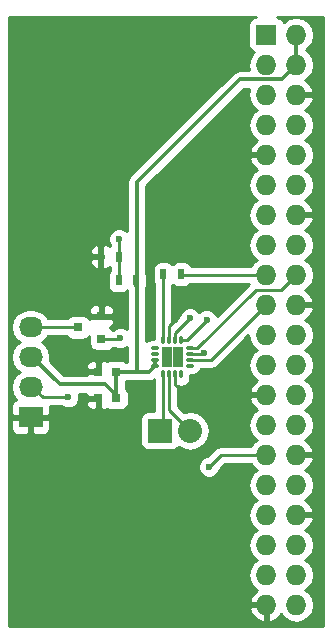
<source format=gbr>
G04 #@! TF.FileFunction,Copper,L1,Top,Signal*
%FSLAX46Y46*%
G04 Gerber Fmt 4.6, Leading zero omitted, Abs format (unit mm)*
G04 Created by KiCad (PCBNEW 4.0.4-stable) date Monday 17 April 2017 'à' 16:34:51*
%MOMM*%
%LPD*%
G01*
G04 APERTURE LIST*
%ADD10C,0.100000*%
%ADD11R,0.800000X0.750000*%
%ADD12R,2.032000X2.032000*%
%ADD13O,2.032000X2.032000*%
%ADD14R,2.032000X1.727200*%
%ADD15O,2.032000X1.727200*%
%ADD16R,0.800100X0.800100*%
%ADD17R,0.500000X0.900000*%
%ADD18O,0.300000X0.750000*%
%ADD19O,0.750000X0.300000*%
%ADD20R,0.900000X0.900000*%
%ADD21R,1.727200X1.727200*%
%ADD22O,1.727200X1.727200*%
%ADD23C,0.600000*%
%ADD24C,0.250000*%
%ADD25C,0.350000*%
%ADD26C,0.254000*%
G04 APERTURE END LIST*
D10*
D11*
X165250000Y-131000000D03*
X166750000Y-131000000D03*
X165250000Y-128750000D03*
X166750000Y-128750000D03*
D12*
X170460000Y-133750000D03*
D13*
X173000000Y-133750000D03*
D14*
X159500000Y-132580000D03*
D15*
X159500000Y-130040000D03*
X159500000Y-127500000D03*
X159500000Y-124960000D03*
D16*
X165500760Y-125950000D03*
X165500760Y-124050000D03*
X163501780Y-125000000D03*
D17*
X170750000Y-120500000D03*
X172250000Y-120500000D03*
D18*
X172250000Y-126025000D03*
X171750000Y-126025000D03*
X171250000Y-126025000D03*
X170750000Y-126025000D03*
D19*
X170025000Y-126750000D03*
X170025000Y-127250000D03*
X170025000Y-127750000D03*
X170025000Y-128250000D03*
D18*
X170750000Y-128975000D03*
X171250000Y-128975000D03*
X171750000Y-128975000D03*
X172250000Y-128975000D03*
D19*
X172975000Y-128250000D03*
X172975000Y-127750000D03*
X172975000Y-127250000D03*
X172975000Y-126750000D03*
D20*
X171050000Y-127950000D03*
X171950000Y-127950000D03*
X171050000Y-127050000D03*
X171950000Y-127050000D03*
D21*
X179460000Y-100220000D03*
D22*
X182000000Y-100220000D03*
X179460000Y-102760000D03*
X182000000Y-102760000D03*
X179460000Y-105300000D03*
X182000000Y-105300000D03*
X179460000Y-107840000D03*
X182000000Y-107840000D03*
X179460000Y-110380000D03*
X182000000Y-110380000D03*
X179460000Y-112920000D03*
X182000000Y-112920000D03*
X179460000Y-115460000D03*
X182000000Y-115460000D03*
X179460000Y-118000000D03*
X182000000Y-118000000D03*
X179460000Y-120540000D03*
X182000000Y-120540000D03*
X179460000Y-123080000D03*
X182000000Y-123080000D03*
X179460000Y-125620000D03*
X182000000Y-125620000D03*
X179460000Y-128160000D03*
X182000000Y-128160000D03*
X179460000Y-130700000D03*
X182000000Y-130700000D03*
X179460000Y-133240000D03*
X182000000Y-133240000D03*
X179460000Y-135780000D03*
X182000000Y-135780000D03*
X179460000Y-138320000D03*
X182000000Y-138320000D03*
X179460000Y-140860000D03*
X182000000Y-140860000D03*
X179460000Y-143400000D03*
X182000000Y-143400000D03*
X179460000Y-145940000D03*
X182000000Y-145940000D03*
X179460000Y-148480000D03*
X182000000Y-148480000D03*
D17*
X166950000Y-121000000D03*
X168450000Y-121000000D03*
X166950000Y-119000000D03*
X165450000Y-119000000D03*
D23*
X174206585Y-127124990D03*
X172200000Y-130300000D03*
X171700000Y-124400000D03*
X174600000Y-136800000D03*
X162700000Y-130900000D03*
X167100000Y-125900000D03*
X174400000Y-124400000D03*
X173000000Y-124200000D03*
X167000000Y-117500000D03*
D24*
X174081575Y-127250000D02*
X174206585Y-127124990D01*
X172975000Y-127250000D02*
X174081575Y-127250000D01*
X171750000Y-128975000D02*
X171750000Y-129850000D01*
X171750000Y-129850000D02*
X172200000Y-130300000D01*
X171250000Y-126025000D02*
X171250000Y-124850000D01*
X171250000Y-124850000D02*
X171700000Y-124400000D01*
D25*
X168500000Y-112700000D02*
X168500000Y-121500000D01*
X168500000Y-121500000D02*
X168500000Y-128750000D01*
X168450000Y-121000000D02*
X168450000Y-121450000D01*
X168450000Y-121450000D02*
X168500000Y-121500000D01*
X166750000Y-128750000D02*
X168500000Y-128750000D01*
X168500000Y-128750000D02*
X168750000Y-128750000D01*
X177201399Y-103998601D02*
X168500000Y-112700000D01*
X182000000Y-102760000D02*
X180761399Y-103998601D01*
X180761399Y-103998601D02*
X177201399Y-103998601D01*
X182000000Y-102760000D02*
X182000000Y-100220000D01*
X166750000Y-131000000D02*
X166700000Y-130950000D01*
X166700000Y-130700000D02*
X165800000Y-129800000D01*
X166700000Y-130950000D02*
X166700000Y-130700000D01*
X165800000Y-129800000D02*
X161952400Y-129800000D01*
X161952400Y-129800000D02*
X159652400Y-127500000D01*
X159652400Y-127500000D02*
X159500000Y-127500000D01*
X168750000Y-128750000D02*
X169525000Y-128750000D01*
X170025000Y-128250000D02*
X170025000Y-127775010D01*
X166750000Y-128750000D02*
X166750000Y-131000000D01*
X169525000Y-128750000D02*
X170025000Y-128250000D01*
D24*
X170750000Y-128975000D02*
X170750000Y-133460000D01*
X170750000Y-133460000D02*
X170460000Y-133750000D01*
X171250000Y-128975000D02*
X171250000Y-132000000D01*
X171250000Y-132000000D02*
X173000000Y-133750000D01*
X174600000Y-136800000D02*
X175620000Y-135780000D01*
X175620000Y-135780000D02*
X179460000Y-135780000D01*
X159500000Y-130040000D02*
X159652400Y-130040000D01*
X159652400Y-130040000D02*
X160512400Y-130900000D01*
X160512400Y-130900000D02*
X162700000Y-130900000D01*
X165500760Y-125950000D02*
X167050000Y-125950000D01*
X167050000Y-125950000D02*
X167100000Y-125900000D01*
X170750000Y-120500000D02*
X170750000Y-126025000D01*
X179460000Y-120540000D02*
X172290000Y-120540000D01*
X172290000Y-120540000D02*
X172250000Y-120500000D01*
X179420000Y-120500000D02*
X179460000Y-120540000D01*
X172250000Y-126025000D02*
X172775000Y-126025000D01*
X172775000Y-126025000D02*
X174400000Y-124400000D01*
X172975000Y-127750000D02*
X174790000Y-127750000D01*
X174790000Y-127750000D02*
X179460000Y-123080000D01*
X172975000Y-126750000D02*
X173600000Y-126750000D01*
X173600000Y-126750000D02*
X178550000Y-121800000D01*
X178550000Y-121800000D02*
X180740000Y-121800000D01*
X180740000Y-121800000D02*
X181136401Y-121403599D01*
X181136401Y-121403599D02*
X182000000Y-120540000D01*
X159500000Y-124960000D02*
X163461780Y-124960000D01*
X163461780Y-124960000D02*
X163501780Y-125000000D01*
X173000000Y-124200000D02*
X171750000Y-125450000D01*
X171750000Y-125450000D02*
X171750000Y-126025000D01*
X166950000Y-119000000D02*
X166950000Y-117550000D01*
X166950000Y-117550000D02*
X167000000Y-117500000D01*
X166950000Y-121000000D02*
X166950000Y-119000000D01*
D26*
G36*
X178361083Y-98753238D02*
X178144959Y-98892310D01*
X177999969Y-99104510D01*
X177948960Y-99356400D01*
X177948960Y-101083600D01*
X177993238Y-101318917D01*
X178132310Y-101535041D01*
X178344510Y-101680031D01*
X178388131Y-101688864D01*
X178370971Y-101700330D01*
X178046115Y-102186511D01*
X177932041Y-102760000D01*
X178017295Y-103188601D01*
X177201399Y-103188601D01*
X176891425Y-103250259D01*
X176766863Y-103333489D01*
X176628642Y-103425845D01*
X167927244Y-112127244D01*
X167751658Y-112390026D01*
X167690000Y-112700000D01*
X167690000Y-116867760D01*
X167530327Y-116707808D01*
X167186799Y-116565162D01*
X166814833Y-116564838D01*
X166471057Y-116706883D01*
X166207808Y-116969673D01*
X166065162Y-117313201D01*
X166064838Y-117685167D01*
X166190000Y-117988083D01*
X166190000Y-118141974D01*
X166059698Y-118011673D01*
X165826309Y-117915000D01*
X165733750Y-117915000D01*
X165575000Y-118073750D01*
X165575000Y-118873000D01*
X165597000Y-118873000D01*
X165597000Y-119127000D01*
X165575000Y-119127000D01*
X165575000Y-119926250D01*
X165733750Y-120085000D01*
X165826309Y-120085000D01*
X166059698Y-119988327D01*
X166190000Y-119858026D01*
X166190000Y-120171614D01*
X166103569Y-120298110D01*
X166052560Y-120550000D01*
X166052560Y-121450000D01*
X166096838Y-121685317D01*
X166235910Y-121901441D01*
X166448110Y-122046431D01*
X166700000Y-122097440D01*
X167200000Y-122097440D01*
X167435317Y-122053162D01*
X167651441Y-121914090D01*
X167690000Y-121857657D01*
X167690000Y-125167585D01*
X167630327Y-125107808D01*
X167286799Y-124965162D01*
X166914833Y-124964838D01*
X166571057Y-125106883D01*
X166487795Y-125190000D01*
X166423773Y-125190000D01*
X166364900Y-125098509D01*
X166225151Y-125003023D01*
X166260509Y-124988377D01*
X166439137Y-124809748D01*
X166535810Y-124576359D01*
X166535810Y-124335750D01*
X166377060Y-124177000D01*
X165627760Y-124177000D01*
X165627760Y-124197000D01*
X165373760Y-124197000D01*
X165373760Y-124177000D01*
X164624460Y-124177000D01*
X164478303Y-124323157D01*
X164365920Y-124148509D01*
X164153720Y-124003519D01*
X163901830Y-123952510D01*
X163101730Y-123952510D01*
X162866413Y-123996788D01*
X162650289Y-124135860D01*
X162606464Y-124200000D01*
X160944648Y-124200000D01*
X160744415Y-123900330D01*
X160258234Y-123575474D01*
X159997652Y-123523641D01*
X164465710Y-123523641D01*
X164465710Y-123764250D01*
X164624460Y-123923000D01*
X165373760Y-123923000D01*
X165373760Y-123173700D01*
X165627760Y-123173700D01*
X165627760Y-123923000D01*
X166377060Y-123923000D01*
X166535810Y-123764250D01*
X166535810Y-123523641D01*
X166439137Y-123290252D01*
X166260509Y-123111623D01*
X166027120Y-123014950D01*
X165786510Y-123014950D01*
X165627760Y-123173700D01*
X165373760Y-123173700D01*
X165215010Y-123014950D01*
X164974400Y-123014950D01*
X164741011Y-123111623D01*
X164562383Y-123290252D01*
X164465710Y-123523641D01*
X159997652Y-123523641D01*
X159684745Y-123461400D01*
X159315255Y-123461400D01*
X158741766Y-123575474D01*
X158255585Y-123900330D01*
X157930729Y-124386511D01*
X157816655Y-124960000D01*
X157930729Y-125533489D01*
X158255585Y-126019670D01*
X158570366Y-126230000D01*
X158255585Y-126440330D01*
X157930729Y-126926511D01*
X157816655Y-127500000D01*
X157930729Y-128073489D01*
X158255585Y-128559670D01*
X158570366Y-128770000D01*
X158255585Y-128980330D01*
X157930729Y-129466511D01*
X157816655Y-130040000D01*
X157930729Y-130613489D01*
X158255585Y-131099670D01*
X158277780Y-131114500D01*
X158124302Y-131178073D01*
X157945673Y-131356701D01*
X157849000Y-131590090D01*
X157849000Y-132294250D01*
X158007750Y-132453000D01*
X159373000Y-132453000D01*
X159373000Y-132433000D01*
X159627000Y-132433000D01*
X159627000Y-132453000D01*
X160992250Y-132453000D01*
X161151000Y-132294250D01*
X161151000Y-131660000D01*
X162137537Y-131660000D01*
X162169673Y-131692192D01*
X162513201Y-131834838D01*
X162885167Y-131835162D01*
X163228943Y-131693117D01*
X163492192Y-131430327D01*
X163552225Y-131285750D01*
X164215000Y-131285750D01*
X164215000Y-131501310D01*
X164311673Y-131734699D01*
X164490302Y-131913327D01*
X164723691Y-132010000D01*
X164964250Y-132010000D01*
X165123000Y-131851250D01*
X165123000Y-131127000D01*
X164373750Y-131127000D01*
X164215000Y-131285750D01*
X163552225Y-131285750D01*
X163634838Y-131086799D01*
X163635162Y-130714833D01*
X163591846Y-130610000D01*
X164215000Y-130610000D01*
X164215000Y-130714250D01*
X164373750Y-130873000D01*
X165123000Y-130873000D01*
X165123000Y-130853000D01*
X165377000Y-130853000D01*
X165377000Y-130873000D01*
X165397000Y-130873000D01*
X165397000Y-131127000D01*
X165377000Y-131127000D01*
X165377000Y-131851250D01*
X165535750Y-132010000D01*
X165776309Y-132010000D01*
X166009698Y-131913327D01*
X166011068Y-131911957D01*
X166098110Y-131971431D01*
X166350000Y-132022440D01*
X167150000Y-132022440D01*
X167385317Y-131978162D01*
X167601441Y-131839090D01*
X167746431Y-131626890D01*
X167797440Y-131375000D01*
X167797440Y-130625000D01*
X167753162Y-130389683D01*
X167614090Y-130173559D01*
X167560000Y-130136601D01*
X167560000Y-129615757D01*
X167601441Y-129589090D01*
X167621317Y-129560000D01*
X169525000Y-129560000D01*
X169834974Y-129498342D01*
X169990000Y-129394757D01*
X169990000Y-132086560D01*
X169444000Y-132086560D01*
X169208683Y-132130838D01*
X168992559Y-132269910D01*
X168847569Y-132482110D01*
X168796560Y-132734000D01*
X168796560Y-134766000D01*
X168840838Y-135001317D01*
X168979910Y-135217441D01*
X169192110Y-135362431D01*
X169444000Y-135413440D01*
X171476000Y-135413440D01*
X171711317Y-135369162D01*
X171927441Y-135230090D01*
X172029198Y-135081163D01*
X172368190Y-135307670D01*
X173000000Y-135433345D01*
X173631810Y-135307670D01*
X174167433Y-134949778D01*
X174525325Y-134414155D01*
X174651000Y-133782345D01*
X174651000Y-133717655D01*
X174525325Y-133085845D01*
X174167433Y-132550222D01*
X173631810Y-132192330D01*
X173000000Y-132066655D01*
X172492421Y-132167619D01*
X172010000Y-131685198D01*
X172010000Y-129957048D01*
X172250000Y-130004787D01*
X172550406Y-129945032D01*
X172805079Y-129774866D01*
X172975245Y-129520193D01*
X173035000Y-129219787D01*
X173035000Y-129035000D01*
X173219787Y-129035000D01*
X173520193Y-128975245D01*
X173774866Y-128805079D01*
X173945032Y-128550406D01*
X173953069Y-128510000D01*
X174790000Y-128510000D01*
X175080839Y-128452148D01*
X175327401Y-128287401D01*
X177942454Y-125672348D01*
X178046115Y-126193489D01*
X178370971Y-126679670D01*
X178685752Y-126890000D01*
X178370971Y-127100330D01*
X178046115Y-127586511D01*
X177932041Y-128160000D01*
X178046115Y-128733489D01*
X178370971Y-129219670D01*
X178694228Y-129435664D01*
X178571510Y-129493179D01*
X178177312Y-129925053D01*
X178005042Y-130340974D01*
X178126183Y-130573000D01*
X179333000Y-130573000D01*
X179333000Y-130553000D01*
X179587000Y-130553000D01*
X179587000Y-130573000D01*
X179607000Y-130573000D01*
X179607000Y-130827000D01*
X179587000Y-130827000D01*
X179587000Y-130847000D01*
X179333000Y-130847000D01*
X179333000Y-130827000D01*
X178126183Y-130827000D01*
X178005042Y-131059026D01*
X178177312Y-131474947D01*
X178571510Y-131906821D01*
X178694228Y-131964336D01*
X178370971Y-132180330D01*
X178046115Y-132666511D01*
X177932041Y-133240000D01*
X178046115Y-133813489D01*
X178370971Y-134299670D01*
X178685752Y-134510000D01*
X178370971Y-134720330D01*
X178170738Y-135020000D01*
X175620000Y-135020000D01*
X175329161Y-135077852D01*
X175082599Y-135242599D01*
X174460320Y-135864878D01*
X174414833Y-135864838D01*
X174071057Y-136006883D01*
X173807808Y-136269673D01*
X173665162Y-136613201D01*
X173664838Y-136985167D01*
X173806883Y-137328943D01*
X174069673Y-137592192D01*
X174413201Y-137734838D01*
X174785167Y-137735162D01*
X175128943Y-137593117D01*
X175392192Y-137330327D01*
X175534838Y-136986799D01*
X175534879Y-136939923D01*
X175934802Y-136540000D01*
X178170738Y-136540000D01*
X178370971Y-136839670D01*
X178685752Y-137050000D01*
X178370971Y-137260330D01*
X178046115Y-137746511D01*
X177932041Y-138320000D01*
X178046115Y-138893489D01*
X178370971Y-139379670D01*
X178685752Y-139590000D01*
X178370971Y-139800330D01*
X178046115Y-140286511D01*
X177932041Y-140860000D01*
X178046115Y-141433489D01*
X178370971Y-141919670D01*
X178685752Y-142130000D01*
X178370971Y-142340330D01*
X178046115Y-142826511D01*
X177932041Y-143400000D01*
X178046115Y-143973489D01*
X178370971Y-144459670D01*
X178685752Y-144670000D01*
X178370971Y-144880330D01*
X178046115Y-145366511D01*
X177932041Y-145940000D01*
X178046115Y-146513489D01*
X178370971Y-146999670D01*
X178694228Y-147215664D01*
X178571510Y-147273179D01*
X178177312Y-147705053D01*
X178005042Y-148120974D01*
X178126183Y-148353000D01*
X179333000Y-148353000D01*
X179333000Y-148333000D01*
X179587000Y-148333000D01*
X179587000Y-148353000D01*
X179607000Y-148353000D01*
X179607000Y-148607000D01*
X179587000Y-148607000D01*
X179587000Y-149814469D01*
X179819027Y-149934968D01*
X180348490Y-149686821D01*
X180730008Y-149268839D01*
X180910971Y-149539670D01*
X181397152Y-149864526D01*
X181970641Y-149978600D01*
X182029359Y-149978600D01*
X182602848Y-149864526D01*
X183089029Y-149539670D01*
X183413885Y-149053489D01*
X183527959Y-148480000D01*
X183413885Y-147906511D01*
X183089029Y-147420330D01*
X182774248Y-147210000D01*
X183089029Y-146999670D01*
X183413885Y-146513489D01*
X183527959Y-145940000D01*
X183413885Y-145366511D01*
X183089029Y-144880330D01*
X182774248Y-144670000D01*
X183089029Y-144459670D01*
X183413885Y-143973489D01*
X183527959Y-143400000D01*
X183413885Y-142826511D01*
X183089029Y-142340330D01*
X182765772Y-142124336D01*
X182888490Y-142066821D01*
X183282688Y-141634947D01*
X183454958Y-141219026D01*
X183333817Y-140987000D01*
X182127000Y-140987000D01*
X182127000Y-141007000D01*
X181873000Y-141007000D01*
X181873000Y-140987000D01*
X181853000Y-140987000D01*
X181853000Y-140733000D01*
X181873000Y-140733000D01*
X181873000Y-140713000D01*
X182127000Y-140713000D01*
X182127000Y-140733000D01*
X183333817Y-140733000D01*
X183454958Y-140500974D01*
X183282688Y-140085053D01*
X182888490Y-139653179D01*
X182765772Y-139595664D01*
X183089029Y-139379670D01*
X183413885Y-138893489D01*
X183527959Y-138320000D01*
X183413885Y-137746511D01*
X183089029Y-137260330D01*
X182765772Y-137044336D01*
X182888490Y-136986821D01*
X183282688Y-136554947D01*
X183454958Y-136139026D01*
X183333817Y-135907000D01*
X182127000Y-135907000D01*
X182127000Y-135927000D01*
X181873000Y-135927000D01*
X181873000Y-135907000D01*
X181853000Y-135907000D01*
X181853000Y-135653000D01*
X181873000Y-135653000D01*
X181873000Y-135633000D01*
X182127000Y-135633000D01*
X182127000Y-135653000D01*
X183333817Y-135653000D01*
X183454958Y-135420974D01*
X183282688Y-135005053D01*
X182888490Y-134573179D01*
X182765772Y-134515664D01*
X183089029Y-134299670D01*
X183413885Y-133813489D01*
X183527959Y-133240000D01*
X183413885Y-132666511D01*
X183089029Y-132180330D01*
X182774248Y-131970000D01*
X183089029Y-131759670D01*
X183413885Y-131273489D01*
X183527959Y-130700000D01*
X183413885Y-130126511D01*
X183089029Y-129640330D01*
X182774248Y-129430000D01*
X183089029Y-129219670D01*
X183413885Y-128733489D01*
X183527959Y-128160000D01*
X183413885Y-127586511D01*
X183089029Y-127100330D01*
X182774248Y-126890000D01*
X183089029Y-126679670D01*
X183413885Y-126193489D01*
X183527959Y-125620000D01*
X183413885Y-125046511D01*
X183089029Y-124560330D01*
X182765772Y-124344336D01*
X182888490Y-124286821D01*
X183282688Y-123854947D01*
X183454958Y-123439026D01*
X183333817Y-123207000D01*
X182127000Y-123207000D01*
X182127000Y-123227000D01*
X181873000Y-123227000D01*
X181873000Y-123207000D01*
X181853000Y-123207000D01*
X181853000Y-122953000D01*
X181873000Y-122953000D01*
X181873000Y-122933000D01*
X182127000Y-122933000D01*
X182127000Y-122953000D01*
X183333817Y-122953000D01*
X183454958Y-122720974D01*
X183282688Y-122305053D01*
X182888490Y-121873179D01*
X182765772Y-121815664D01*
X183089029Y-121599670D01*
X183413885Y-121113489D01*
X183527959Y-120540000D01*
X183413885Y-119966511D01*
X183089029Y-119480330D01*
X182774248Y-119270000D01*
X183089029Y-119059670D01*
X183413885Y-118573489D01*
X183527959Y-118000000D01*
X183413885Y-117426511D01*
X183089029Y-116940330D01*
X182765772Y-116724336D01*
X182888490Y-116666821D01*
X183282688Y-116234947D01*
X183454958Y-115819026D01*
X183333817Y-115587000D01*
X182127000Y-115587000D01*
X182127000Y-115607000D01*
X181873000Y-115607000D01*
X181873000Y-115587000D01*
X181853000Y-115587000D01*
X181853000Y-115333000D01*
X181873000Y-115333000D01*
X181873000Y-115313000D01*
X182127000Y-115313000D01*
X182127000Y-115333000D01*
X183333817Y-115333000D01*
X183454958Y-115100974D01*
X183282688Y-114685053D01*
X182888490Y-114253179D01*
X182765772Y-114195664D01*
X183089029Y-113979670D01*
X183413885Y-113493489D01*
X183527959Y-112920000D01*
X183413885Y-112346511D01*
X183089029Y-111860330D01*
X182774248Y-111650000D01*
X183089029Y-111439670D01*
X183413885Y-110953489D01*
X183527959Y-110380000D01*
X183413885Y-109806511D01*
X183089029Y-109320330D01*
X182774248Y-109110000D01*
X183089029Y-108899670D01*
X183413885Y-108413489D01*
X183527959Y-107840000D01*
X183413885Y-107266511D01*
X183089029Y-106780330D01*
X182765772Y-106564336D01*
X182888490Y-106506821D01*
X183282688Y-106074947D01*
X183454958Y-105659026D01*
X183333817Y-105427000D01*
X182127000Y-105427000D01*
X182127000Y-105447000D01*
X181873000Y-105447000D01*
X181873000Y-105427000D01*
X181853000Y-105427000D01*
X181853000Y-105173000D01*
X181873000Y-105173000D01*
X181873000Y-105153000D01*
X182127000Y-105153000D01*
X182127000Y-105173000D01*
X183333817Y-105173000D01*
X183454958Y-104940974D01*
X183282688Y-104525053D01*
X182888490Y-104093179D01*
X182765772Y-104035664D01*
X183089029Y-103819670D01*
X183413885Y-103333489D01*
X183527959Y-102760000D01*
X183413885Y-102186511D01*
X183089029Y-101700330D01*
X182810000Y-101513889D01*
X182810000Y-101466111D01*
X183089029Y-101279670D01*
X183413885Y-100793489D01*
X183527959Y-100220000D01*
X183413885Y-99646511D01*
X183089029Y-99160330D01*
X182602848Y-98835474D01*
X182029359Y-98721400D01*
X181970641Y-98721400D01*
X181397152Y-98835474D01*
X180931558Y-99146574D01*
X180926762Y-99121083D01*
X180787690Y-98904959D01*
X180575490Y-98759969D01*
X180328736Y-98710000D01*
X184290000Y-98710000D01*
X184290000Y-150290000D01*
X157710000Y-150290000D01*
X157710000Y-148839026D01*
X178005042Y-148839026D01*
X178177312Y-149254947D01*
X178571510Y-149686821D01*
X179100973Y-149934968D01*
X179333000Y-149814469D01*
X179333000Y-148607000D01*
X178126183Y-148607000D01*
X178005042Y-148839026D01*
X157710000Y-148839026D01*
X157710000Y-132865750D01*
X157849000Y-132865750D01*
X157849000Y-133569910D01*
X157945673Y-133803299D01*
X158124302Y-133981927D01*
X158357691Y-134078600D01*
X159214250Y-134078600D01*
X159373000Y-133919850D01*
X159373000Y-132707000D01*
X159627000Y-132707000D01*
X159627000Y-133919850D01*
X159785750Y-134078600D01*
X160642309Y-134078600D01*
X160875698Y-133981927D01*
X161054327Y-133803299D01*
X161151000Y-133569910D01*
X161151000Y-132865750D01*
X160992250Y-132707000D01*
X159627000Y-132707000D01*
X159373000Y-132707000D01*
X158007750Y-132707000D01*
X157849000Y-132865750D01*
X157710000Y-132865750D01*
X157710000Y-119285750D01*
X164565000Y-119285750D01*
X164565000Y-119576310D01*
X164661673Y-119809699D01*
X164840302Y-119988327D01*
X165073691Y-120085000D01*
X165166250Y-120085000D01*
X165325000Y-119926250D01*
X165325000Y-119127000D01*
X164723750Y-119127000D01*
X164565000Y-119285750D01*
X157710000Y-119285750D01*
X157710000Y-118423690D01*
X164565000Y-118423690D01*
X164565000Y-118714250D01*
X164723750Y-118873000D01*
X165325000Y-118873000D01*
X165325000Y-118073750D01*
X165166250Y-117915000D01*
X165073691Y-117915000D01*
X164840302Y-118011673D01*
X164661673Y-118190301D01*
X164565000Y-118423690D01*
X157710000Y-118423690D01*
X157710000Y-98710000D01*
X178590873Y-98710000D01*
X178361083Y-98753238D01*
X178361083Y-98753238D01*
G37*
X178361083Y-98753238D02*
X178144959Y-98892310D01*
X177999969Y-99104510D01*
X177948960Y-99356400D01*
X177948960Y-101083600D01*
X177993238Y-101318917D01*
X178132310Y-101535041D01*
X178344510Y-101680031D01*
X178388131Y-101688864D01*
X178370971Y-101700330D01*
X178046115Y-102186511D01*
X177932041Y-102760000D01*
X178017295Y-103188601D01*
X177201399Y-103188601D01*
X176891425Y-103250259D01*
X176766863Y-103333489D01*
X176628642Y-103425845D01*
X167927244Y-112127244D01*
X167751658Y-112390026D01*
X167690000Y-112700000D01*
X167690000Y-116867760D01*
X167530327Y-116707808D01*
X167186799Y-116565162D01*
X166814833Y-116564838D01*
X166471057Y-116706883D01*
X166207808Y-116969673D01*
X166065162Y-117313201D01*
X166064838Y-117685167D01*
X166190000Y-117988083D01*
X166190000Y-118141974D01*
X166059698Y-118011673D01*
X165826309Y-117915000D01*
X165733750Y-117915000D01*
X165575000Y-118073750D01*
X165575000Y-118873000D01*
X165597000Y-118873000D01*
X165597000Y-119127000D01*
X165575000Y-119127000D01*
X165575000Y-119926250D01*
X165733750Y-120085000D01*
X165826309Y-120085000D01*
X166059698Y-119988327D01*
X166190000Y-119858026D01*
X166190000Y-120171614D01*
X166103569Y-120298110D01*
X166052560Y-120550000D01*
X166052560Y-121450000D01*
X166096838Y-121685317D01*
X166235910Y-121901441D01*
X166448110Y-122046431D01*
X166700000Y-122097440D01*
X167200000Y-122097440D01*
X167435317Y-122053162D01*
X167651441Y-121914090D01*
X167690000Y-121857657D01*
X167690000Y-125167585D01*
X167630327Y-125107808D01*
X167286799Y-124965162D01*
X166914833Y-124964838D01*
X166571057Y-125106883D01*
X166487795Y-125190000D01*
X166423773Y-125190000D01*
X166364900Y-125098509D01*
X166225151Y-125003023D01*
X166260509Y-124988377D01*
X166439137Y-124809748D01*
X166535810Y-124576359D01*
X166535810Y-124335750D01*
X166377060Y-124177000D01*
X165627760Y-124177000D01*
X165627760Y-124197000D01*
X165373760Y-124197000D01*
X165373760Y-124177000D01*
X164624460Y-124177000D01*
X164478303Y-124323157D01*
X164365920Y-124148509D01*
X164153720Y-124003519D01*
X163901830Y-123952510D01*
X163101730Y-123952510D01*
X162866413Y-123996788D01*
X162650289Y-124135860D01*
X162606464Y-124200000D01*
X160944648Y-124200000D01*
X160744415Y-123900330D01*
X160258234Y-123575474D01*
X159997652Y-123523641D01*
X164465710Y-123523641D01*
X164465710Y-123764250D01*
X164624460Y-123923000D01*
X165373760Y-123923000D01*
X165373760Y-123173700D01*
X165627760Y-123173700D01*
X165627760Y-123923000D01*
X166377060Y-123923000D01*
X166535810Y-123764250D01*
X166535810Y-123523641D01*
X166439137Y-123290252D01*
X166260509Y-123111623D01*
X166027120Y-123014950D01*
X165786510Y-123014950D01*
X165627760Y-123173700D01*
X165373760Y-123173700D01*
X165215010Y-123014950D01*
X164974400Y-123014950D01*
X164741011Y-123111623D01*
X164562383Y-123290252D01*
X164465710Y-123523641D01*
X159997652Y-123523641D01*
X159684745Y-123461400D01*
X159315255Y-123461400D01*
X158741766Y-123575474D01*
X158255585Y-123900330D01*
X157930729Y-124386511D01*
X157816655Y-124960000D01*
X157930729Y-125533489D01*
X158255585Y-126019670D01*
X158570366Y-126230000D01*
X158255585Y-126440330D01*
X157930729Y-126926511D01*
X157816655Y-127500000D01*
X157930729Y-128073489D01*
X158255585Y-128559670D01*
X158570366Y-128770000D01*
X158255585Y-128980330D01*
X157930729Y-129466511D01*
X157816655Y-130040000D01*
X157930729Y-130613489D01*
X158255585Y-131099670D01*
X158277780Y-131114500D01*
X158124302Y-131178073D01*
X157945673Y-131356701D01*
X157849000Y-131590090D01*
X157849000Y-132294250D01*
X158007750Y-132453000D01*
X159373000Y-132453000D01*
X159373000Y-132433000D01*
X159627000Y-132433000D01*
X159627000Y-132453000D01*
X160992250Y-132453000D01*
X161151000Y-132294250D01*
X161151000Y-131660000D01*
X162137537Y-131660000D01*
X162169673Y-131692192D01*
X162513201Y-131834838D01*
X162885167Y-131835162D01*
X163228943Y-131693117D01*
X163492192Y-131430327D01*
X163552225Y-131285750D01*
X164215000Y-131285750D01*
X164215000Y-131501310D01*
X164311673Y-131734699D01*
X164490302Y-131913327D01*
X164723691Y-132010000D01*
X164964250Y-132010000D01*
X165123000Y-131851250D01*
X165123000Y-131127000D01*
X164373750Y-131127000D01*
X164215000Y-131285750D01*
X163552225Y-131285750D01*
X163634838Y-131086799D01*
X163635162Y-130714833D01*
X163591846Y-130610000D01*
X164215000Y-130610000D01*
X164215000Y-130714250D01*
X164373750Y-130873000D01*
X165123000Y-130873000D01*
X165123000Y-130853000D01*
X165377000Y-130853000D01*
X165377000Y-130873000D01*
X165397000Y-130873000D01*
X165397000Y-131127000D01*
X165377000Y-131127000D01*
X165377000Y-131851250D01*
X165535750Y-132010000D01*
X165776309Y-132010000D01*
X166009698Y-131913327D01*
X166011068Y-131911957D01*
X166098110Y-131971431D01*
X166350000Y-132022440D01*
X167150000Y-132022440D01*
X167385317Y-131978162D01*
X167601441Y-131839090D01*
X167746431Y-131626890D01*
X167797440Y-131375000D01*
X167797440Y-130625000D01*
X167753162Y-130389683D01*
X167614090Y-130173559D01*
X167560000Y-130136601D01*
X167560000Y-129615757D01*
X167601441Y-129589090D01*
X167621317Y-129560000D01*
X169525000Y-129560000D01*
X169834974Y-129498342D01*
X169990000Y-129394757D01*
X169990000Y-132086560D01*
X169444000Y-132086560D01*
X169208683Y-132130838D01*
X168992559Y-132269910D01*
X168847569Y-132482110D01*
X168796560Y-132734000D01*
X168796560Y-134766000D01*
X168840838Y-135001317D01*
X168979910Y-135217441D01*
X169192110Y-135362431D01*
X169444000Y-135413440D01*
X171476000Y-135413440D01*
X171711317Y-135369162D01*
X171927441Y-135230090D01*
X172029198Y-135081163D01*
X172368190Y-135307670D01*
X173000000Y-135433345D01*
X173631810Y-135307670D01*
X174167433Y-134949778D01*
X174525325Y-134414155D01*
X174651000Y-133782345D01*
X174651000Y-133717655D01*
X174525325Y-133085845D01*
X174167433Y-132550222D01*
X173631810Y-132192330D01*
X173000000Y-132066655D01*
X172492421Y-132167619D01*
X172010000Y-131685198D01*
X172010000Y-129957048D01*
X172250000Y-130004787D01*
X172550406Y-129945032D01*
X172805079Y-129774866D01*
X172975245Y-129520193D01*
X173035000Y-129219787D01*
X173035000Y-129035000D01*
X173219787Y-129035000D01*
X173520193Y-128975245D01*
X173774866Y-128805079D01*
X173945032Y-128550406D01*
X173953069Y-128510000D01*
X174790000Y-128510000D01*
X175080839Y-128452148D01*
X175327401Y-128287401D01*
X177942454Y-125672348D01*
X178046115Y-126193489D01*
X178370971Y-126679670D01*
X178685752Y-126890000D01*
X178370971Y-127100330D01*
X178046115Y-127586511D01*
X177932041Y-128160000D01*
X178046115Y-128733489D01*
X178370971Y-129219670D01*
X178694228Y-129435664D01*
X178571510Y-129493179D01*
X178177312Y-129925053D01*
X178005042Y-130340974D01*
X178126183Y-130573000D01*
X179333000Y-130573000D01*
X179333000Y-130553000D01*
X179587000Y-130553000D01*
X179587000Y-130573000D01*
X179607000Y-130573000D01*
X179607000Y-130827000D01*
X179587000Y-130827000D01*
X179587000Y-130847000D01*
X179333000Y-130847000D01*
X179333000Y-130827000D01*
X178126183Y-130827000D01*
X178005042Y-131059026D01*
X178177312Y-131474947D01*
X178571510Y-131906821D01*
X178694228Y-131964336D01*
X178370971Y-132180330D01*
X178046115Y-132666511D01*
X177932041Y-133240000D01*
X178046115Y-133813489D01*
X178370971Y-134299670D01*
X178685752Y-134510000D01*
X178370971Y-134720330D01*
X178170738Y-135020000D01*
X175620000Y-135020000D01*
X175329161Y-135077852D01*
X175082599Y-135242599D01*
X174460320Y-135864878D01*
X174414833Y-135864838D01*
X174071057Y-136006883D01*
X173807808Y-136269673D01*
X173665162Y-136613201D01*
X173664838Y-136985167D01*
X173806883Y-137328943D01*
X174069673Y-137592192D01*
X174413201Y-137734838D01*
X174785167Y-137735162D01*
X175128943Y-137593117D01*
X175392192Y-137330327D01*
X175534838Y-136986799D01*
X175534879Y-136939923D01*
X175934802Y-136540000D01*
X178170738Y-136540000D01*
X178370971Y-136839670D01*
X178685752Y-137050000D01*
X178370971Y-137260330D01*
X178046115Y-137746511D01*
X177932041Y-138320000D01*
X178046115Y-138893489D01*
X178370971Y-139379670D01*
X178685752Y-139590000D01*
X178370971Y-139800330D01*
X178046115Y-140286511D01*
X177932041Y-140860000D01*
X178046115Y-141433489D01*
X178370971Y-141919670D01*
X178685752Y-142130000D01*
X178370971Y-142340330D01*
X178046115Y-142826511D01*
X177932041Y-143400000D01*
X178046115Y-143973489D01*
X178370971Y-144459670D01*
X178685752Y-144670000D01*
X178370971Y-144880330D01*
X178046115Y-145366511D01*
X177932041Y-145940000D01*
X178046115Y-146513489D01*
X178370971Y-146999670D01*
X178694228Y-147215664D01*
X178571510Y-147273179D01*
X178177312Y-147705053D01*
X178005042Y-148120974D01*
X178126183Y-148353000D01*
X179333000Y-148353000D01*
X179333000Y-148333000D01*
X179587000Y-148333000D01*
X179587000Y-148353000D01*
X179607000Y-148353000D01*
X179607000Y-148607000D01*
X179587000Y-148607000D01*
X179587000Y-149814469D01*
X179819027Y-149934968D01*
X180348490Y-149686821D01*
X180730008Y-149268839D01*
X180910971Y-149539670D01*
X181397152Y-149864526D01*
X181970641Y-149978600D01*
X182029359Y-149978600D01*
X182602848Y-149864526D01*
X183089029Y-149539670D01*
X183413885Y-149053489D01*
X183527959Y-148480000D01*
X183413885Y-147906511D01*
X183089029Y-147420330D01*
X182774248Y-147210000D01*
X183089029Y-146999670D01*
X183413885Y-146513489D01*
X183527959Y-145940000D01*
X183413885Y-145366511D01*
X183089029Y-144880330D01*
X182774248Y-144670000D01*
X183089029Y-144459670D01*
X183413885Y-143973489D01*
X183527959Y-143400000D01*
X183413885Y-142826511D01*
X183089029Y-142340330D01*
X182765772Y-142124336D01*
X182888490Y-142066821D01*
X183282688Y-141634947D01*
X183454958Y-141219026D01*
X183333817Y-140987000D01*
X182127000Y-140987000D01*
X182127000Y-141007000D01*
X181873000Y-141007000D01*
X181873000Y-140987000D01*
X181853000Y-140987000D01*
X181853000Y-140733000D01*
X181873000Y-140733000D01*
X181873000Y-140713000D01*
X182127000Y-140713000D01*
X182127000Y-140733000D01*
X183333817Y-140733000D01*
X183454958Y-140500974D01*
X183282688Y-140085053D01*
X182888490Y-139653179D01*
X182765772Y-139595664D01*
X183089029Y-139379670D01*
X183413885Y-138893489D01*
X183527959Y-138320000D01*
X183413885Y-137746511D01*
X183089029Y-137260330D01*
X182765772Y-137044336D01*
X182888490Y-136986821D01*
X183282688Y-136554947D01*
X183454958Y-136139026D01*
X183333817Y-135907000D01*
X182127000Y-135907000D01*
X182127000Y-135927000D01*
X181873000Y-135927000D01*
X181873000Y-135907000D01*
X181853000Y-135907000D01*
X181853000Y-135653000D01*
X181873000Y-135653000D01*
X181873000Y-135633000D01*
X182127000Y-135633000D01*
X182127000Y-135653000D01*
X183333817Y-135653000D01*
X183454958Y-135420974D01*
X183282688Y-135005053D01*
X182888490Y-134573179D01*
X182765772Y-134515664D01*
X183089029Y-134299670D01*
X183413885Y-133813489D01*
X183527959Y-133240000D01*
X183413885Y-132666511D01*
X183089029Y-132180330D01*
X182774248Y-131970000D01*
X183089029Y-131759670D01*
X183413885Y-131273489D01*
X183527959Y-130700000D01*
X183413885Y-130126511D01*
X183089029Y-129640330D01*
X182774248Y-129430000D01*
X183089029Y-129219670D01*
X183413885Y-128733489D01*
X183527959Y-128160000D01*
X183413885Y-127586511D01*
X183089029Y-127100330D01*
X182774248Y-126890000D01*
X183089029Y-126679670D01*
X183413885Y-126193489D01*
X183527959Y-125620000D01*
X183413885Y-125046511D01*
X183089029Y-124560330D01*
X182765772Y-124344336D01*
X182888490Y-124286821D01*
X183282688Y-123854947D01*
X183454958Y-123439026D01*
X183333817Y-123207000D01*
X182127000Y-123207000D01*
X182127000Y-123227000D01*
X181873000Y-123227000D01*
X181873000Y-123207000D01*
X181853000Y-123207000D01*
X181853000Y-122953000D01*
X181873000Y-122953000D01*
X181873000Y-122933000D01*
X182127000Y-122933000D01*
X182127000Y-122953000D01*
X183333817Y-122953000D01*
X183454958Y-122720974D01*
X183282688Y-122305053D01*
X182888490Y-121873179D01*
X182765772Y-121815664D01*
X183089029Y-121599670D01*
X183413885Y-121113489D01*
X183527959Y-120540000D01*
X183413885Y-119966511D01*
X183089029Y-119480330D01*
X182774248Y-119270000D01*
X183089029Y-119059670D01*
X183413885Y-118573489D01*
X183527959Y-118000000D01*
X183413885Y-117426511D01*
X183089029Y-116940330D01*
X182765772Y-116724336D01*
X182888490Y-116666821D01*
X183282688Y-116234947D01*
X183454958Y-115819026D01*
X183333817Y-115587000D01*
X182127000Y-115587000D01*
X182127000Y-115607000D01*
X181873000Y-115607000D01*
X181873000Y-115587000D01*
X181853000Y-115587000D01*
X181853000Y-115333000D01*
X181873000Y-115333000D01*
X181873000Y-115313000D01*
X182127000Y-115313000D01*
X182127000Y-115333000D01*
X183333817Y-115333000D01*
X183454958Y-115100974D01*
X183282688Y-114685053D01*
X182888490Y-114253179D01*
X182765772Y-114195664D01*
X183089029Y-113979670D01*
X183413885Y-113493489D01*
X183527959Y-112920000D01*
X183413885Y-112346511D01*
X183089029Y-111860330D01*
X182774248Y-111650000D01*
X183089029Y-111439670D01*
X183413885Y-110953489D01*
X183527959Y-110380000D01*
X183413885Y-109806511D01*
X183089029Y-109320330D01*
X182774248Y-109110000D01*
X183089029Y-108899670D01*
X183413885Y-108413489D01*
X183527959Y-107840000D01*
X183413885Y-107266511D01*
X183089029Y-106780330D01*
X182765772Y-106564336D01*
X182888490Y-106506821D01*
X183282688Y-106074947D01*
X183454958Y-105659026D01*
X183333817Y-105427000D01*
X182127000Y-105427000D01*
X182127000Y-105447000D01*
X181873000Y-105447000D01*
X181873000Y-105427000D01*
X181853000Y-105427000D01*
X181853000Y-105173000D01*
X181873000Y-105173000D01*
X181873000Y-105153000D01*
X182127000Y-105153000D01*
X182127000Y-105173000D01*
X183333817Y-105173000D01*
X183454958Y-104940974D01*
X183282688Y-104525053D01*
X182888490Y-104093179D01*
X182765772Y-104035664D01*
X183089029Y-103819670D01*
X183413885Y-103333489D01*
X183527959Y-102760000D01*
X183413885Y-102186511D01*
X183089029Y-101700330D01*
X182810000Y-101513889D01*
X182810000Y-101466111D01*
X183089029Y-101279670D01*
X183413885Y-100793489D01*
X183527959Y-100220000D01*
X183413885Y-99646511D01*
X183089029Y-99160330D01*
X182602848Y-98835474D01*
X182029359Y-98721400D01*
X181970641Y-98721400D01*
X181397152Y-98835474D01*
X180931558Y-99146574D01*
X180926762Y-99121083D01*
X180787690Y-98904959D01*
X180575490Y-98759969D01*
X180328736Y-98710000D01*
X184290000Y-98710000D01*
X184290000Y-150290000D01*
X157710000Y-150290000D01*
X157710000Y-148839026D01*
X178005042Y-148839026D01*
X178177312Y-149254947D01*
X178571510Y-149686821D01*
X179100973Y-149934968D01*
X179333000Y-149814469D01*
X179333000Y-148607000D01*
X178126183Y-148607000D01*
X178005042Y-148839026D01*
X157710000Y-148839026D01*
X157710000Y-132865750D01*
X157849000Y-132865750D01*
X157849000Y-133569910D01*
X157945673Y-133803299D01*
X158124302Y-133981927D01*
X158357691Y-134078600D01*
X159214250Y-134078600D01*
X159373000Y-133919850D01*
X159373000Y-132707000D01*
X159627000Y-132707000D01*
X159627000Y-133919850D01*
X159785750Y-134078600D01*
X160642309Y-134078600D01*
X160875698Y-133981927D01*
X161054327Y-133803299D01*
X161151000Y-133569910D01*
X161151000Y-132865750D01*
X160992250Y-132707000D01*
X159627000Y-132707000D01*
X159373000Y-132707000D01*
X158007750Y-132707000D01*
X157849000Y-132865750D01*
X157710000Y-132865750D01*
X157710000Y-119285750D01*
X164565000Y-119285750D01*
X164565000Y-119576310D01*
X164661673Y-119809699D01*
X164840302Y-119988327D01*
X165073691Y-120085000D01*
X165166250Y-120085000D01*
X165325000Y-119926250D01*
X165325000Y-119127000D01*
X164723750Y-119127000D01*
X164565000Y-119285750D01*
X157710000Y-119285750D01*
X157710000Y-118423690D01*
X164565000Y-118423690D01*
X164565000Y-118714250D01*
X164723750Y-118873000D01*
X165325000Y-118873000D01*
X165325000Y-118073750D01*
X165166250Y-117915000D01*
X165073691Y-117915000D01*
X164840302Y-118011673D01*
X164661673Y-118190301D01*
X164565000Y-118423690D01*
X157710000Y-118423690D01*
X157710000Y-98710000D01*
X178590873Y-98710000D01*
X178361083Y-98753238D01*
G36*
X164453270Y-126350050D02*
X164497548Y-126585367D01*
X164636620Y-126801491D01*
X164848820Y-126946481D01*
X165100710Y-126997490D01*
X165900810Y-126997490D01*
X166136127Y-126953212D01*
X166352251Y-126814140D01*
X166423407Y-126710000D01*
X166612559Y-126710000D01*
X166913201Y-126834838D01*
X167285167Y-126835162D01*
X167628943Y-126693117D01*
X167690000Y-126632166D01*
X167690000Y-127940000D01*
X167624669Y-127940000D01*
X167614090Y-127923559D01*
X167401890Y-127778569D01*
X167150000Y-127727560D01*
X166350000Y-127727560D01*
X166114683Y-127771838D01*
X166011354Y-127838329D01*
X166009698Y-127836673D01*
X165776309Y-127740000D01*
X165535750Y-127740000D01*
X165377000Y-127898750D01*
X165377000Y-128623000D01*
X165397000Y-128623000D01*
X165397000Y-128877000D01*
X165377000Y-128877000D01*
X165377000Y-128897000D01*
X165123000Y-128897000D01*
X165123000Y-128877000D01*
X164373750Y-128877000D01*
X164260750Y-128990000D01*
X162287913Y-128990000D01*
X161546603Y-128248690D01*
X164215000Y-128248690D01*
X164215000Y-128464250D01*
X164373750Y-128623000D01*
X165123000Y-128623000D01*
X165123000Y-127898750D01*
X164964250Y-127740000D01*
X164723691Y-127740000D01*
X164490302Y-127836673D01*
X164311673Y-128015301D01*
X164215000Y-128248690D01*
X161546603Y-128248690D01*
X161119398Y-127821485D01*
X161183345Y-127500000D01*
X161069271Y-126926511D01*
X160744415Y-126440330D01*
X160429634Y-126230000D01*
X160744415Y-126019670D01*
X160944648Y-125720000D01*
X162553028Y-125720000D01*
X162637640Y-125851491D01*
X162849840Y-125996481D01*
X163101730Y-126047490D01*
X163901830Y-126047490D01*
X164137147Y-126003212D01*
X164353271Y-125864140D01*
X164453270Y-125717787D01*
X164453270Y-126350050D01*
X164453270Y-126350050D01*
G37*
X164453270Y-126350050D02*
X164497548Y-126585367D01*
X164636620Y-126801491D01*
X164848820Y-126946481D01*
X165100710Y-126997490D01*
X165900810Y-126997490D01*
X166136127Y-126953212D01*
X166352251Y-126814140D01*
X166423407Y-126710000D01*
X166612559Y-126710000D01*
X166913201Y-126834838D01*
X167285167Y-126835162D01*
X167628943Y-126693117D01*
X167690000Y-126632166D01*
X167690000Y-127940000D01*
X167624669Y-127940000D01*
X167614090Y-127923559D01*
X167401890Y-127778569D01*
X167150000Y-127727560D01*
X166350000Y-127727560D01*
X166114683Y-127771838D01*
X166011354Y-127838329D01*
X166009698Y-127836673D01*
X165776309Y-127740000D01*
X165535750Y-127740000D01*
X165377000Y-127898750D01*
X165377000Y-128623000D01*
X165397000Y-128623000D01*
X165397000Y-128877000D01*
X165377000Y-128877000D01*
X165377000Y-128897000D01*
X165123000Y-128897000D01*
X165123000Y-128877000D01*
X164373750Y-128877000D01*
X164260750Y-128990000D01*
X162287913Y-128990000D01*
X161546603Y-128248690D01*
X164215000Y-128248690D01*
X164215000Y-128464250D01*
X164373750Y-128623000D01*
X165123000Y-128623000D01*
X165123000Y-127898750D01*
X164964250Y-127740000D01*
X164723691Y-127740000D01*
X164490302Y-127836673D01*
X164311673Y-128015301D01*
X164215000Y-128248690D01*
X161546603Y-128248690D01*
X161119398Y-127821485D01*
X161183345Y-127500000D01*
X161069271Y-126926511D01*
X160744415Y-126440330D01*
X160429634Y-126230000D01*
X160744415Y-126019670D01*
X160944648Y-125720000D01*
X162553028Y-125720000D01*
X162637640Y-125851491D01*
X162849840Y-125996481D01*
X163101730Y-126047490D01*
X163901830Y-126047490D01*
X164137147Y-126003212D01*
X164353271Y-125864140D01*
X164453270Y-125717787D01*
X164453270Y-126350050D01*
G36*
X177932041Y-105300000D02*
X178046115Y-105873489D01*
X178370971Y-106359670D01*
X178685752Y-106570000D01*
X178370971Y-106780330D01*
X178046115Y-107266511D01*
X177932041Y-107840000D01*
X178046115Y-108413489D01*
X178370971Y-108899670D01*
X178694228Y-109115664D01*
X178571510Y-109173179D01*
X178177312Y-109605053D01*
X178005042Y-110020974D01*
X178126183Y-110253000D01*
X179333000Y-110253000D01*
X179333000Y-110233000D01*
X179587000Y-110233000D01*
X179587000Y-110253000D01*
X179607000Y-110253000D01*
X179607000Y-110507000D01*
X179587000Y-110507000D01*
X179587000Y-110527000D01*
X179333000Y-110527000D01*
X179333000Y-110507000D01*
X178126183Y-110507000D01*
X178005042Y-110739026D01*
X178177312Y-111154947D01*
X178571510Y-111586821D01*
X178694228Y-111644336D01*
X178370971Y-111860330D01*
X178046115Y-112346511D01*
X177932041Y-112920000D01*
X178046115Y-113493489D01*
X178370971Y-113979670D01*
X178685752Y-114190000D01*
X178370971Y-114400330D01*
X178046115Y-114886511D01*
X177932041Y-115460000D01*
X178046115Y-116033489D01*
X178370971Y-116519670D01*
X178685752Y-116730000D01*
X178370971Y-116940330D01*
X178046115Y-117426511D01*
X177932041Y-118000000D01*
X178046115Y-118573489D01*
X178370971Y-119059670D01*
X178685752Y-119270000D01*
X178370971Y-119480330D01*
X178170738Y-119780000D01*
X173080844Y-119780000D01*
X172964090Y-119598559D01*
X172751890Y-119453569D01*
X172500000Y-119402560D01*
X172000000Y-119402560D01*
X171764683Y-119446838D01*
X171548559Y-119585910D01*
X171500866Y-119655711D01*
X171464090Y-119598559D01*
X171251890Y-119453569D01*
X171000000Y-119402560D01*
X170500000Y-119402560D01*
X170264683Y-119446838D01*
X170048559Y-119585910D01*
X169903569Y-119798110D01*
X169852560Y-120050000D01*
X169852560Y-120950000D01*
X169896838Y-121185317D01*
X169990000Y-121330095D01*
X169990000Y-125654531D01*
X169965000Y-125780213D01*
X169965000Y-125965000D01*
X169780213Y-125965000D01*
X169479807Y-126024755D01*
X169310000Y-126138216D01*
X169310000Y-121634884D01*
X169347440Y-121450000D01*
X169347440Y-120550000D01*
X169310000Y-120351024D01*
X169310000Y-113035512D01*
X177536912Y-104808601D01*
X178029786Y-104808601D01*
X177932041Y-105300000D01*
X177932041Y-105300000D01*
G37*
X177932041Y-105300000D02*
X178046115Y-105873489D01*
X178370971Y-106359670D01*
X178685752Y-106570000D01*
X178370971Y-106780330D01*
X178046115Y-107266511D01*
X177932041Y-107840000D01*
X178046115Y-108413489D01*
X178370971Y-108899670D01*
X178694228Y-109115664D01*
X178571510Y-109173179D01*
X178177312Y-109605053D01*
X178005042Y-110020974D01*
X178126183Y-110253000D01*
X179333000Y-110253000D01*
X179333000Y-110233000D01*
X179587000Y-110233000D01*
X179587000Y-110253000D01*
X179607000Y-110253000D01*
X179607000Y-110507000D01*
X179587000Y-110507000D01*
X179587000Y-110527000D01*
X179333000Y-110527000D01*
X179333000Y-110507000D01*
X178126183Y-110507000D01*
X178005042Y-110739026D01*
X178177312Y-111154947D01*
X178571510Y-111586821D01*
X178694228Y-111644336D01*
X178370971Y-111860330D01*
X178046115Y-112346511D01*
X177932041Y-112920000D01*
X178046115Y-113493489D01*
X178370971Y-113979670D01*
X178685752Y-114190000D01*
X178370971Y-114400330D01*
X178046115Y-114886511D01*
X177932041Y-115460000D01*
X178046115Y-116033489D01*
X178370971Y-116519670D01*
X178685752Y-116730000D01*
X178370971Y-116940330D01*
X178046115Y-117426511D01*
X177932041Y-118000000D01*
X178046115Y-118573489D01*
X178370971Y-119059670D01*
X178685752Y-119270000D01*
X178370971Y-119480330D01*
X178170738Y-119780000D01*
X173080844Y-119780000D01*
X172964090Y-119598559D01*
X172751890Y-119453569D01*
X172500000Y-119402560D01*
X172000000Y-119402560D01*
X171764683Y-119446838D01*
X171548559Y-119585910D01*
X171500866Y-119655711D01*
X171464090Y-119598559D01*
X171251890Y-119453569D01*
X171000000Y-119402560D01*
X170500000Y-119402560D01*
X170264683Y-119446838D01*
X170048559Y-119585910D01*
X169903569Y-119798110D01*
X169852560Y-120050000D01*
X169852560Y-120950000D01*
X169896838Y-121185317D01*
X169990000Y-121330095D01*
X169990000Y-125654531D01*
X169965000Y-125780213D01*
X169965000Y-125965000D01*
X169780213Y-125965000D01*
X169479807Y-126024755D01*
X169310000Y-126138216D01*
X169310000Y-121634884D01*
X169347440Y-121450000D01*
X169347440Y-120550000D01*
X169310000Y-120351024D01*
X169310000Y-113035512D01*
X177536912Y-104808601D01*
X178029786Y-104808601D01*
X177932041Y-105300000D01*
G36*
X175254816Y-124020382D02*
X175193117Y-123871057D01*
X174930327Y-123607808D01*
X174586799Y-123465162D01*
X174214833Y-123464838D01*
X173871057Y-123606883D01*
X173797104Y-123680707D01*
X173793117Y-123671057D01*
X173530327Y-123407808D01*
X173186799Y-123265162D01*
X172814833Y-123264838D01*
X172471057Y-123406883D01*
X172207808Y-123669673D01*
X172065162Y-124013201D01*
X172065121Y-124060077D01*
X171510000Y-124615198D01*
X171510000Y-121361176D01*
X171535910Y-121401441D01*
X171748110Y-121546431D01*
X172000000Y-121597440D01*
X172500000Y-121597440D01*
X172735317Y-121553162D01*
X172951441Y-121414090D01*
X173029395Y-121300000D01*
X177975198Y-121300000D01*
X175254816Y-124020382D01*
X175254816Y-124020382D01*
G37*
X175254816Y-124020382D02*
X175193117Y-123871057D01*
X174930327Y-123607808D01*
X174586799Y-123465162D01*
X174214833Y-123464838D01*
X173871057Y-123606883D01*
X173797104Y-123680707D01*
X173793117Y-123671057D01*
X173530327Y-123407808D01*
X173186799Y-123265162D01*
X172814833Y-123264838D01*
X172471057Y-123406883D01*
X172207808Y-123669673D01*
X172065162Y-124013201D01*
X172065121Y-124060077D01*
X171510000Y-124615198D01*
X171510000Y-121361176D01*
X171535910Y-121401441D01*
X171748110Y-121546431D01*
X172000000Y-121597440D01*
X172500000Y-121597440D01*
X172735317Y-121553162D01*
X172951441Y-121414090D01*
X173029395Y-121300000D01*
X177975198Y-121300000D01*
X175254816Y-124020382D01*
M02*

</source>
